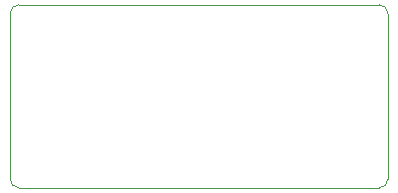
<source format=gko>
G04*
G04 #@! TF.GenerationSoftware,Altium Limited,Altium Designer,19.0.15 (446)*
G04*
G04 Layer_Color=16711935*
%FSTAX24Y24*%
%MOIN*%
G70*
G01*
G75*
%ADD11C,0.0039*%
D11*
X022303Y01D02*
G03*
X022598Y010295I0J000295D01*
G01*
Y015807D02*
G03*
X022303Y016102I-000295J0D01*
G01*
X010295Y016102D02*
G03*
X01Y015807I0J-000295D01*
G01*
Y010295D02*
G03*
X010295Y01I000295J0D01*
G01*
Y016102D02*
X022303D01*
X022598Y010295D02*
Y015807D01*
X010295Y01D02*
X022303D01*
X01Y010295D02*
Y015807D01*
M02*

</source>
